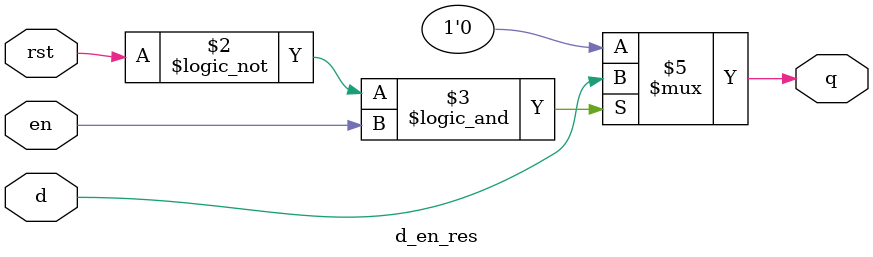
<source format=v>
module d_en_res (
	input d,
	input rst,
	input en,
	output q);

reg q;

always @(*)
begin
	if(!rst && en)
		q <=d;
	else 
		q <= 1'b0;
end

endmodule


</source>
